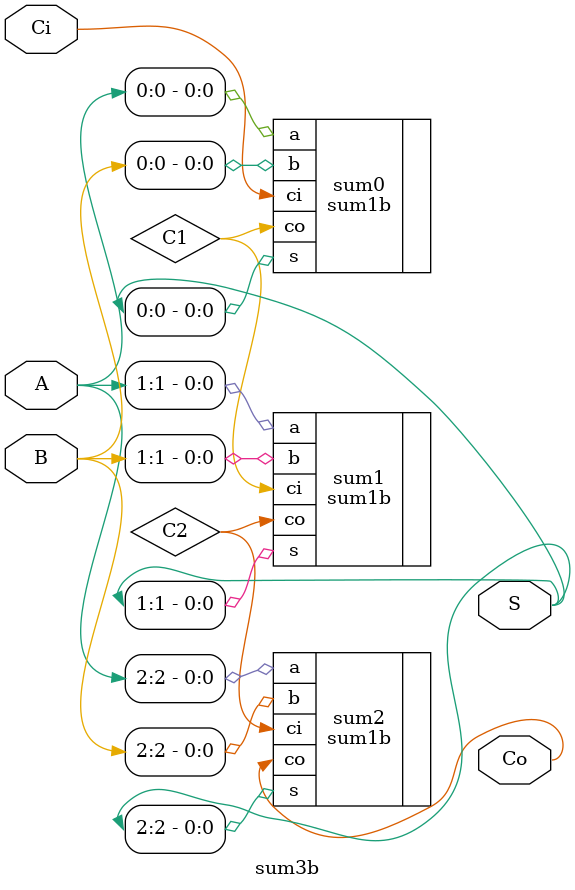
<source format=v>
`include "Sumador.v"

module sum3b(A, B, Ci, S, Co);

input [2:0] A;
input [2:0] B;
input Ci;
output [2:0] S;   
output Co;

wire C1,C2;

sum1b sum0(.a(A[0]), .b(B[0]), .ci(Ci),.s(S[0]), .co(C1));
sum1b sum1(.a(A[1]), .b(B[1]), .ci(C1), .s(S[1]), .co(C2));
sum1b sum2(.a(A[2]), .b(B[2]), .ci(C2), .s(S[2]), .co(Co));


endmodule

</source>
